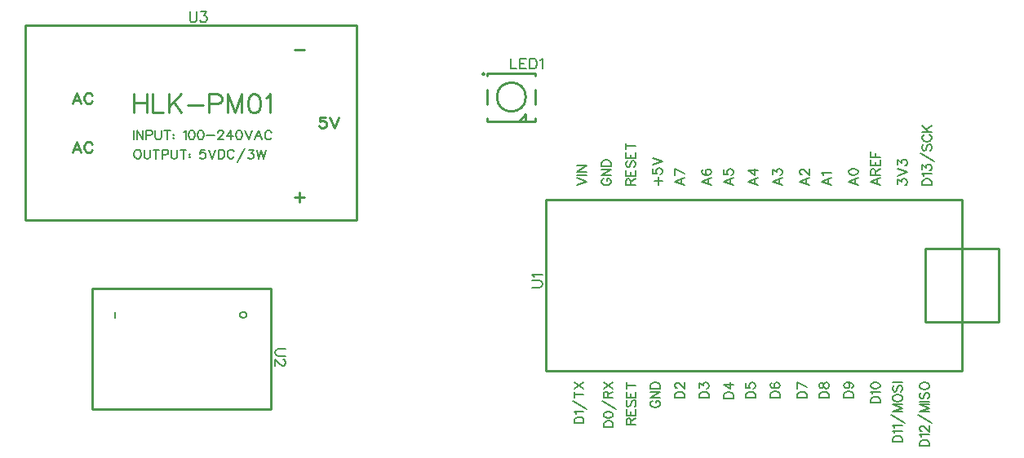
<source format=gto>
G04 Layer: TopSilkLayer*
G04 EasyEDA v6.4.12, 2021-01-01T09:56:31+01:00*
G04 894a5beaafa14ce6bfb9057d1c18a6f7,8f8135e26d124d33b536985ae94b05e9,10*
G04 Gerber Generator version 0.2*
G04 Scale: 100 percent, Rotated: No, Reflected: No *
G04 Dimensions in millimeters *
G04 leading zeros omitted , absolute positions ,4 integer and 5 decimal *
%FSLAX45Y45*%
%MOMM*%

%ADD10C,0.2540*%
%ADD22C,0.1524*%
%ADD23C,0.2032*%
%ADD24C,0.2500*%

%LPD*%
D22*
X5383784Y1726184D02*
G01*
X5461761Y1726184D01*
X5477256Y1731263D01*
X5487670Y1741678D01*
X5492750Y1757426D01*
X5492750Y1767839D01*
X5487670Y1783334D01*
X5477256Y1793747D01*
X5461761Y1798828D01*
X5383784Y1798828D01*
X5404611Y1833118D02*
G01*
X5399277Y1843531D01*
X5383784Y1859279D01*
X5492750Y1859279D01*
D23*
X5822441Y319786D02*
G01*
X5919470Y319786D01*
X5822441Y319786D02*
G01*
X5822441Y352044D01*
X5827013Y366013D01*
X5836158Y375157D01*
X5845556Y379729D01*
X5859272Y384555D01*
X5882386Y384555D01*
X5896356Y379729D01*
X5905500Y375157D01*
X5914643Y366013D01*
X5919470Y352044D01*
X5919470Y319786D01*
X5840984Y415036D02*
G01*
X5836158Y424179D01*
X5822441Y437896D01*
X5919470Y437896D01*
X5803900Y551688D02*
G01*
X5951727Y468376D01*
X5822441Y614426D02*
G01*
X5919470Y614426D01*
X5822441Y582168D02*
G01*
X5822441Y646684D01*
X5822441Y677163D02*
G01*
X5919470Y741934D01*
X5822441Y741934D02*
G01*
X5919470Y677163D01*
X6127241Y2862326D02*
G01*
X6117843Y2857754D01*
X6108700Y2848355D01*
X6104127Y2839212D01*
X6104127Y2820670D01*
X6108700Y2811526D01*
X6117843Y2802128D01*
X6127241Y2797555D01*
X6140958Y2792984D01*
X6164072Y2792984D01*
X6178041Y2797555D01*
X6187186Y2802128D01*
X6196329Y2811526D01*
X6201156Y2820670D01*
X6201156Y2839212D01*
X6196329Y2848355D01*
X6187186Y2857754D01*
X6178041Y2862326D01*
X6164072Y2862326D01*
X6164072Y2839212D02*
G01*
X6164072Y2862326D01*
X6104127Y2892805D02*
G01*
X6201156Y2892805D01*
X6104127Y2892805D02*
G01*
X6201156Y2957321D01*
X6104127Y2957321D02*
G01*
X6201156Y2957321D01*
X6104127Y2987802D02*
G01*
X6201156Y2987802D01*
X6104127Y2987802D02*
G01*
X6104127Y3020313D01*
X6108700Y3034029D01*
X6117843Y3043173D01*
X6127241Y3048000D01*
X6140958Y3052571D01*
X6164072Y3052571D01*
X6178041Y3048000D01*
X6187186Y3043173D01*
X6196329Y3034029D01*
X6201156Y3020313D01*
X6201156Y2987802D01*
X6651243Y2834639D02*
G01*
X6734556Y2834639D01*
X6692900Y2792984D02*
G01*
X6692900Y2876042D01*
X6637527Y2961894D02*
G01*
X6637527Y2915920D01*
X6678929Y2911094D01*
X6674358Y2915920D01*
X6669786Y2929636D01*
X6669786Y2943605D01*
X6674358Y2957321D01*
X6683756Y2966720D01*
X6697472Y2971292D01*
X6706870Y2971292D01*
X6720586Y2966720D01*
X6729729Y2957321D01*
X6734556Y2943605D01*
X6734556Y2929636D01*
X6729729Y2915920D01*
X6725158Y2911094D01*
X6716013Y2906521D01*
X6637527Y3001771D02*
G01*
X6734556Y3038602D01*
X6637527Y3075686D02*
G01*
X6734556Y3038602D01*
X9406127Y80518D02*
G01*
X9503156Y80518D01*
X9406127Y80518D02*
G01*
X9406127Y112776D01*
X9410700Y126746D01*
X9419843Y135889D01*
X9429241Y140462D01*
X9442958Y145288D01*
X9466072Y145288D01*
X9480041Y140462D01*
X9489186Y135889D01*
X9498329Y126746D01*
X9503156Y112776D01*
X9503156Y80518D01*
X9424670Y175768D02*
G01*
X9419843Y184912D01*
X9406127Y198628D01*
X9503156Y198628D01*
X9429241Y233934D02*
G01*
X9424670Y233934D01*
X9415272Y238505D01*
X9410700Y243078D01*
X9406127Y252221D01*
X9406127Y270763D01*
X9410700Y279907D01*
X9415272Y284734D01*
X9424670Y289305D01*
X9433813Y289305D01*
X9442958Y284734D01*
X9456927Y275336D01*
X9503156Y229107D01*
X9503156Y293878D01*
X9387586Y407415D02*
G01*
X9535413Y324357D01*
X9406127Y437896D02*
G01*
X9503156Y437896D01*
X9406127Y437896D02*
G01*
X9503156Y474979D01*
X9406127Y511810D02*
G01*
X9503156Y474979D01*
X9406127Y511810D02*
G01*
X9503156Y511810D01*
X9406127Y542289D02*
G01*
X9503156Y542289D01*
X9419843Y637539D02*
G01*
X9410700Y628142D01*
X9406127Y614426D01*
X9406127Y595884D01*
X9410700Y582168D01*
X9419843Y572770D01*
X9429241Y572770D01*
X9438386Y577342D01*
X9442958Y582168D01*
X9447529Y591312D01*
X9456927Y618997D01*
X9461500Y628142D01*
X9466072Y632968D01*
X9475470Y637539D01*
X9489186Y637539D01*
X9498329Y628142D01*
X9503156Y614426D01*
X9503156Y595884D01*
X9498329Y582168D01*
X9489186Y572770D01*
X9406127Y695705D02*
G01*
X9410700Y686307D01*
X9419843Y677163D01*
X9429241Y672592D01*
X9442958Y668020D01*
X9466072Y668020D01*
X9480041Y672592D01*
X9489186Y677163D01*
X9498329Y686307D01*
X9503156Y695705D01*
X9503156Y714247D01*
X9498329Y723392D01*
X9489186Y732536D01*
X9480041Y737107D01*
X9466072Y741934D01*
X9442958Y741934D01*
X9429241Y737107D01*
X9419843Y732536D01*
X9410700Y723392D01*
X9406127Y714247D01*
X9406127Y695705D01*
X5850127Y2792984D02*
G01*
X5947156Y2829813D01*
X5850127Y2866897D02*
G01*
X5947156Y2829813D01*
X5850127Y2897378D02*
G01*
X5947156Y2897378D01*
X5850127Y2927857D02*
G01*
X5947156Y2927857D01*
X5850127Y2927857D02*
G01*
X5947156Y2992373D01*
X5850127Y2992373D02*
G01*
X5947156Y2992373D01*
X9431527Y2792984D02*
G01*
X9528556Y2792984D01*
X9431527Y2792984D02*
G01*
X9431527Y2825242D01*
X9436100Y2839212D01*
X9445243Y2848355D01*
X9454641Y2852928D01*
X9468358Y2857754D01*
X9491472Y2857754D01*
X9505441Y2852928D01*
X9514586Y2848355D01*
X9523729Y2839212D01*
X9528556Y2825242D01*
X9528556Y2792984D01*
X9450070Y2888234D02*
G01*
X9445243Y2897378D01*
X9431527Y2911094D01*
X9528556Y2911094D01*
X9431527Y2950971D02*
G01*
X9431527Y3001771D01*
X9468358Y2974086D01*
X9468358Y2987802D01*
X9472929Y2997200D01*
X9477756Y3001771D01*
X9491472Y3006344D01*
X9500870Y3006344D01*
X9514586Y3001771D01*
X9523729Y2992373D01*
X9528556Y2978657D01*
X9528556Y2964688D01*
X9523729Y2950971D01*
X9519158Y2946400D01*
X9510013Y2941573D01*
X9412986Y3119881D02*
G01*
X9560813Y3036823D01*
X9445243Y3215131D02*
G01*
X9436100Y3205734D01*
X9431527Y3192018D01*
X9431527Y3173476D01*
X9436100Y3159760D01*
X9445243Y3150362D01*
X9454641Y3150362D01*
X9463786Y3154934D01*
X9468358Y3159760D01*
X9472929Y3168904D01*
X9482327Y3196589D01*
X9486900Y3205734D01*
X9491472Y3210560D01*
X9500870Y3215131D01*
X9514586Y3215131D01*
X9523729Y3205734D01*
X9528556Y3192018D01*
X9528556Y3173476D01*
X9523729Y3159760D01*
X9514586Y3150362D01*
X9454641Y3314954D02*
G01*
X9445243Y3310128D01*
X9436100Y3300984D01*
X9431527Y3291839D01*
X9431527Y3273297D01*
X9436100Y3264154D01*
X9445243Y3254755D01*
X9454641Y3250184D01*
X9468358Y3245612D01*
X9491472Y3245612D01*
X9505441Y3250184D01*
X9514586Y3254755D01*
X9523729Y3264154D01*
X9528556Y3273297D01*
X9528556Y3291839D01*
X9523729Y3300984D01*
X9514586Y3310128D01*
X9505441Y3314954D01*
X9431527Y3345434D02*
G01*
X9528556Y3345434D01*
X9431527Y3409950D02*
G01*
X9496043Y3345434D01*
X9472929Y3368294D02*
G01*
X9528556Y3409950D01*
X6635241Y551688D02*
G01*
X6625843Y547115D01*
X6616700Y537718D01*
X6612127Y528573D01*
X6612127Y510031D01*
X6616700Y500888D01*
X6625843Y491489D01*
X6635241Y486918D01*
X6648958Y482346D01*
X6672072Y482346D01*
X6686041Y486918D01*
X6695186Y491489D01*
X6704329Y500888D01*
X6709156Y510031D01*
X6709156Y528573D01*
X6704329Y537718D01*
X6695186Y547115D01*
X6686041Y551688D01*
X6672072Y551688D01*
X6672072Y528573D02*
G01*
X6672072Y551688D01*
X6612127Y582168D02*
G01*
X6709156Y582168D01*
X6612127Y582168D02*
G01*
X6709156Y646684D01*
X6612127Y646684D02*
G01*
X6709156Y646684D01*
X6612127Y677163D02*
G01*
X6709156Y677163D01*
X6612127Y677163D02*
G01*
X6612127Y709676D01*
X6616700Y723392D01*
X6625843Y732536D01*
X6635241Y737362D01*
X6648958Y741934D01*
X6672072Y741934D01*
X6686041Y737362D01*
X6695186Y732536D01*
X6704329Y723392D01*
X6709156Y709676D01*
X6709156Y677163D01*
X6127241Y278384D02*
G01*
X6224270Y278384D01*
X6127241Y278384D02*
G01*
X6127241Y310642D01*
X6131813Y324612D01*
X6140958Y333755D01*
X6150356Y338328D01*
X6164072Y343154D01*
X6187186Y343154D01*
X6201156Y338328D01*
X6210300Y333755D01*
X6219443Y324612D01*
X6224270Y310642D01*
X6224270Y278384D01*
X6127241Y401320D02*
G01*
X6131813Y387350D01*
X6145784Y378205D01*
X6168643Y373634D01*
X6182613Y373634D01*
X6205727Y378205D01*
X6219443Y387350D01*
X6224270Y401320D01*
X6224270Y410463D01*
X6219443Y424434D01*
X6205727Y433578D01*
X6182613Y438150D01*
X6168643Y438150D01*
X6145784Y433578D01*
X6131813Y424434D01*
X6127241Y410463D01*
X6127241Y401320D01*
X6108700Y551688D02*
G01*
X6256527Y468629D01*
X6127241Y582168D02*
G01*
X6224270Y582168D01*
X6127241Y582168D02*
G01*
X6127241Y623823D01*
X6131813Y637794D01*
X6136386Y642365D01*
X6145784Y646938D01*
X6154927Y646938D01*
X6164072Y642365D01*
X6168643Y637794D01*
X6173470Y623823D01*
X6173470Y582168D01*
X6173470Y614679D02*
G01*
X6224270Y646938D01*
X6127241Y677418D02*
G01*
X6224270Y741934D01*
X6127241Y741934D02*
G01*
X6224270Y677418D01*
X6362700Y306070D02*
G01*
X6459727Y306070D01*
X6362700Y306070D02*
G01*
X6362700Y347726D01*
X6367272Y361442D01*
X6371843Y366013D01*
X6381241Y370839D01*
X6390386Y370839D01*
X6399529Y366013D01*
X6404102Y361442D01*
X6408927Y347726D01*
X6408927Y306070D01*
X6408927Y338328D02*
G01*
X6459727Y370839D01*
X6362700Y401320D02*
G01*
X6459727Y401320D01*
X6362700Y401320D02*
G01*
X6362700Y461263D01*
X6408927Y401320D02*
G01*
X6408927Y438150D01*
X6459727Y401320D02*
G01*
X6459727Y461263D01*
X6376415Y556260D02*
G01*
X6367272Y547115D01*
X6362700Y533400D01*
X6362700Y514857D01*
X6367272Y500888D01*
X6376415Y491744D01*
X6385813Y491744D01*
X6394958Y496315D01*
X6399529Y500888D01*
X6404102Y510286D01*
X6413500Y537971D01*
X6418072Y547115D01*
X6422643Y551688D01*
X6432041Y556260D01*
X6445758Y556260D01*
X6454902Y547115D01*
X6459727Y533400D01*
X6459727Y514857D01*
X6454902Y500888D01*
X6445758Y491744D01*
X6362700Y586739D02*
G01*
X6459727Y586739D01*
X6362700Y586739D02*
G01*
X6362700Y646938D01*
X6408927Y586739D02*
G01*
X6408927Y623823D01*
X6459727Y586739D02*
G01*
X6459727Y646938D01*
X6362700Y709676D02*
G01*
X6459727Y709676D01*
X6362700Y677418D02*
G01*
X6362700Y741934D01*
X6866127Y582168D02*
G01*
X6963156Y582168D01*
X6866127Y582168D02*
G01*
X6866127Y614426D01*
X6870700Y628396D01*
X6879843Y637539D01*
X6889241Y642112D01*
X6902958Y646938D01*
X6926072Y646938D01*
X6940041Y642112D01*
X6949186Y637539D01*
X6958329Y628396D01*
X6963156Y614426D01*
X6963156Y582168D01*
X6889241Y681989D02*
G01*
X6884670Y681989D01*
X6875272Y686562D01*
X6870700Y691134D01*
X6866127Y700278D01*
X6866127Y718820D01*
X6870700Y728218D01*
X6875272Y732789D01*
X6884670Y737362D01*
X6893813Y737362D01*
X6902958Y732789D01*
X6916927Y723392D01*
X6963156Y677418D01*
X6963156Y741934D01*
X7120127Y582168D02*
G01*
X7217156Y582168D01*
X7120127Y582168D02*
G01*
X7120127Y614426D01*
X7124700Y628396D01*
X7133843Y637539D01*
X7143241Y642112D01*
X7156958Y646938D01*
X7180072Y646938D01*
X7194041Y642112D01*
X7203186Y637539D01*
X7212329Y628396D01*
X7217156Y614426D01*
X7217156Y582168D01*
X7120127Y686562D02*
G01*
X7120127Y737362D01*
X7156958Y709676D01*
X7156958Y723392D01*
X7161529Y732789D01*
X7166356Y737362D01*
X7180072Y741934D01*
X7189470Y741934D01*
X7203186Y737362D01*
X7212329Y728218D01*
X7217156Y714247D01*
X7217156Y700278D01*
X7212329Y686562D01*
X7207758Y681989D01*
X7198613Y677418D01*
X7374127Y577596D02*
G01*
X7471156Y577596D01*
X7374127Y577596D02*
G01*
X7374127Y609854D01*
X7378700Y623823D01*
X7387843Y632968D01*
X7397241Y637539D01*
X7410958Y642365D01*
X7434072Y642365D01*
X7448041Y637539D01*
X7457186Y632968D01*
X7466329Y623823D01*
X7471156Y609854D01*
X7471156Y577596D01*
X7374127Y718820D02*
G01*
X7438643Y672846D01*
X7438643Y741934D01*
X7374127Y718820D02*
G01*
X7471156Y718820D01*
X7602727Y582168D02*
G01*
X7699756Y582168D01*
X7602727Y582168D02*
G01*
X7602727Y614426D01*
X7607300Y628396D01*
X7616443Y637539D01*
X7625841Y642112D01*
X7639558Y646938D01*
X7662672Y646938D01*
X7676641Y642112D01*
X7685786Y637539D01*
X7694929Y628396D01*
X7699756Y614426D01*
X7699756Y582168D01*
X7602727Y732789D02*
G01*
X7602727Y686562D01*
X7644129Y681989D01*
X7639558Y686562D01*
X7634986Y700278D01*
X7634986Y714247D01*
X7639558Y728218D01*
X7648956Y737362D01*
X7662672Y741934D01*
X7672070Y741934D01*
X7685786Y737362D01*
X7694929Y728218D01*
X7699756Y714247D01*
X7699756Y700278D01*
X7694929Y686562D01*
X7690358Y681989D01*
X7681213Y677418D01*
X7856727Y586739D02*
G01*
X7953756Y586739D01*
X7856727Y586739D02*
G01*
X7856727Y618997D01*
X7861300Y632968D01*
X7870443Y642112D01*
X7879841Y646684D01*
X7893558Y651510D01*
X7916672Y651510D01*
X7930641Y646684D01*
X7939786Y642112D01*
X7948929Y632968D01*
X7953756Y618997D01*
X7953756Y586739D01*
X7870443Y737362D02*
G01*
X7861300Y732789D01*
X7856727Y718820D01*
X7856727Y709676D01*
X7861300Y695705D01*
X7875270Y686562D01*
X7898129Y681989D01*
X7921243Y681989D01*
X7939786Y686562D01*
X7948929Y695705D01*
X7953756Y709676D01*
X7953756Y714247D01*
X7948929Y727963D01*
X7939786Y737362D01*
X7926070Y741934D01*
X7921243Y741934D01*
X7907527Y737362D01*
X7898129Y727963D01*
X7893558Y714247D01*
X7893558Y709676D01*
X7898129Y695705D01*
X7907527Y686562D01*
X7921243Y681989D01*
X8136127Y582168D02*
G01*
X8233156Y582168D01*
X8136127Y582168D02*
G01*
X8136127Y614426D01*
X8140700Y628396D01*
X8149843Y637539D01*
X8159241Y642112D01*
X8172958Y646938D01*
X8196072Y646938D01*
X8210041Y642112D01*
X8219186Y637539D01*
X8228329Y628396D01*
X8233156Y614426D01*
X8233156Y582168D01*
X8136127Y741934D02*
G01*
X8233156Y695705D01*
X8136127Y677418D02*
G01*
X8136127Y741934D01*
X8364727Y582168D02*
G01*
X8461756Y582168D01*
X8364727Y582168D02*
G01*
X8364727Y614426D01*
X8369300Y628396D01*
X8378443Y637539D01*
X8387841Y642112D01*
X8401558Y646938D01*
X8424672Y646938D01*
X8438641Y642112D01*
X8447786Y637539D01*
X8456929Y628396D01*
X8461756Y614426D01*
X8461756Y582168D01*
X8364727Y700278D02*
G01*
X8369300Y686562D01*
X8378443Y681989D01*
X8387841Y681989D01*
X8396986Y686562D01*
X8401558Y695705D01*
X8406129Y714247D01*
X8410956Y728218D01*
X8420100Y737362D01*
X8429243Y741934D01*
X8443213Y741934D01*
X8452358Y737362D01*
X8456929Y732789D01*
X8461756Y718820D01*
X8461756Y700278D01*
X8456929Y686562D01*
X8452358Y681989D01*
X8443213Y677418D01*
X8429243Y677418D01*
X8420100Y681989D01*
X8410956Y691134D01*
X8406129Y705104D01*
X8401558Y723392D01*
X8396986Y732789D01*
X8387841Y737362D01*
X8378443Y737362D01*
X8369300Y732789D01*
X8364727Y718820D01*
X8364727Y700278D01*
X8618727Y586739D02*
G01*
X8715756Y586739D01*
X8618727Y586739D02*
G01*
X8618727Y618997D01*
X8623300Y632968D01*
X8632443Y642112D01*
X8641841Y646684D01*
X8655558Y651510D01*
X8678672Y651510D01*
X8692641Y646684D01*
X8701786Y642112D01*
X8710929Y632968D01*
X8715756Y618997D01*
X8715756Y586739D01*
X8650986Y741934D02*
G01*
X8664956Y737362D01*
X8674100Y727963D01*
X8678672Y714247D01*
X8678672Y709676D01*
X8674100Y695705D01*
X8664956Y686562D01*
X8650986Y681989D01*
X8646413Y681989D01*
X8632443Y686562D01*
X8623300Y695705D01*
X8618727Y709676D01*
X8618727Y714247D01*
X8623300Y727963D01*
X8632443Y737362D01*
X8650986Y741934D01*
X8674100Y741934D01*
X8697213Y737362D01*
X8710929Y727963D01*
X8715756Y714247D01*
X8715756Y704850D01*
X8710929Y691134D01*
X8701786Y686562D01*
X8898127Y528573D02*
G01*
X8995156Y528573D01*
X8898127Y528573D02*
G01*
X8898127Y560831D01*
X8902700Y574802D01*
X8911843Y583946D01*
X8921241Y588518D01*
X8934958Y593344D01*
X8958072Y593344D01*
X8972041Y588518D01*
X8981186Y583946D01*
X8990329Y574802D01*
X8995156Y560831D01*
X8995156Y528573D01*
X8916670Y623823D02*
G01*
X8911843Y632968D01*
X8898127Y646684D01*
X8995156Y646684D01*
X8898127Y705104D02*
G01*
X8902700Y691134D01*
X8916670Y681989D01*
X8939529Y677163D01*
X8953500Y677163D01*
X8976613Y681989D01*
X8990329Y691134D01*
X8995156Y705104D01*
X8995156Y714247D01*
X8990329Y727963D01*
X8976613Y737362D01*
X8953500Y741934D01*
X8939529Y741934D01*
X8916670Y737362D01*
X8902700Y727963D01*
X8898127Y714247D01*
X8898127Y705104D01*
X9126727Y122173D02*
G01*
X9223756Y122173D01*
X9126727Y122173D02*
G01*
X9126727Y154431D01*
X9131300Y168402D01*
X9140443Y177546D01*
X9149841Y182118D01*
X9163558Y186944D01*
X9186672Y186944D01*
X9200641Y182118D01*
X9209786Y177546D01*
X9218929Y168402D01*
X9223756Y154431D01*
X9223756Y122173D01*
X9145270Y217423D02*
G01*
X9140443Y226568D01*
X9126727Y240284D01*
X9223756Y240284D01*
X9145270Y270763D02*
G01*
X9140443Y280162D01*
X9126727Y293878D01*
X9223756Y293878D01*
X9108186Y407670D02*
G01*
X9256013Y324357D01*
X9126727Y438150D02*
G01*
X9223756Y438150D01*
X9126727Y438150D02*
G01*
X9223756Y474979D01*
X9126727Y512063D02*
G01*
X9223756Y474979D01*
X9126727Y512063D02*
G01*
X9223756Y512063D01*
X9126727Y570229D02*
G01*
X9131300Y560831D01*
X9140443Y551688D01*
X9149841Y547115D01*
X9163558Y542544D01*
X9186672Y542544D01*
X9200641Y547115D01*
X9209786Y551688D01*
X9218929Y560831D01*
X9223756Y570229D01*
X9223756Y588518D01*
X9218929Y597915D01*
X9209786Y607060D01*
X9200641Y611631D01*
X9186672Y616204D01*
X9163558Y616204D01*
X9149841Y611631D01*
X9140443Y607060D01*
X9131300Y597915D01*
X9126727Y588518D01*
X9126727Y570229D01*
X9140443Y711454D02*
G01*
X9131300Y702310D01*
X9126727Y688339D01*
X9126727Y669797D01*
X9131300Y656081D01*
X9140443Y646684D01*
X9149841Y646684D01*
X9158986Y651510D01*
X9163558Y656081D01*
X9168129Y665226D01*
X9177527Y692912D01*
X9182100Y702310D01*
X9186672Y706881D01*
X9196070Y711454D01*
X9209786Y711454D01*
X9218929Y702310D01*
X9223756Y688339D01*
X9223756Y669797D01*
X9218929Y656081D01*
X9209786Y646684D01*
X9126727Y741934D02*
G01*
X9223756Y741934D01*
X9177527Y2802128D02*
G01*
X9177527Y2852928D01*
X9214358Y2825242D01*
X9214358Y2839212D01*
X9218929Y2848355D01*
X9223756Y2852928D01*
X9237472Y2857754D01*
X9246870Y2857754D01*
X9260586Y2852928D01*
X9269729Y2843784D01*
X9274556Y2829813D01*
X9274556Y2816097D01*
X9269729Y2802128D01*
X9265158Y2797555D01*
X9256013Y2792984D01*
X9177527Y2888234D02*
G01*
X9274556Y2925063D01*
X9177527Y2961894D02*
G01*
X9274556Y2925063D01*
X9177527Y3001771D02*
G01*
X9177527Y3052571D01*
X9214358Y3024886D01*
X9214358Y3038602D01*
X9218929Y3048000D01*
X9223756Y3052571D01*
X9237472Y3057144D01*
X9246870Y3057144D01*
X9260586Y3052571D01*
X9269729Y3043173D01*
X9274556Y3029457D01*
X9274556Y3015488D01*
X9269729Y3001771D01*
X9265158Y2997200D01*
X9256013Y2992373D01*
X8898127Y2829813D02*
G01*
X8995156Y2792984D01*
X8898127Y2829813D02*
G01*
X8995156Y2866897D01*
X8962643Y2806954D02*
G01*
X8962643Y2852928D01*
X8898127Y2897378D02*
G01*
X8995156Y2897378D01*
X8898127Y2897378D02*
G01*
X8898127Y2939034D01*
X8902700Y2952750D01*
X8907272Y2957321D01*
X8916670Y2961894D01*
X8925813Y2961894D01*
X8934958Y2957321D01*
X8939529Y2952750D01*
X8944356Y2939034D01*
X8944356Y2897378D01*
X8944356Y2929636D02*
G01*
X8995156Y2961894D01*
X8898127Y2992373D02*
G01*
X8995156Y2992373D01*
X8898127Y2992373D02*
G01*
X8898127Y3052571D01*
X8944356Y2992373D02*
G01*
X8944356Y3029457D01*
X8995156Y2992373D02*
G01*
X8995156Y3052571D01*
X8898127Y3083052D02*
G01*
X8995156Y3083052D01*
X8898127Y3083052D02*
G01*
X8898127Y3142996D01*
X8944356Y3083052D02*
G01*
X8944356Y3119881D01*
X8669527Y2829813D02*
G01*
X8766556Y2792984D01*
X8669527Y2829813D02*
G01*
X8766556Y2866897D01*
X8734043Y2806954D02*
G01*
X8734043Y2852928D01*
X8669527Y2925063D02*
G01*
X8674100Y2911094D01*
X8688070Y2901950D01*
X8710929Y2897378D01*
X8724900Y2897378D01*
X8748013Y2901950D01*
X8761729Y2911094D01*
X8766556Y2925063D01*
X8766556Y2934207D01*
X8761729Y2948178D01*
X8748013Y2957321D01*
X8724900Y2961894D01*
X8710929Y2961894D01*
X8688070Y2957321D01*
X8674100Y2948178D01*
X8669527Y2934207D01*
X8669527Y2925063D01*
X8390127Y2829813D02*
G01*
X8487156Y2792984D01*
X8390127Y2829813D02*
G01*
X8487156Y2866897D01*
X8454643Y2806954D02*
G01*
X8454643Y2852928D01*
X8408670Y2897378D02*
G01*
X8403843Y2906521D01*
X8390127Y2920492D01*
X8487156Y2920492D01*
X8161527Y2829813D02*
G01*
X8258556Y2792984D01*
X8161527Y2829813D02*
G01*
X8258556Y2866897D01*
X8226043Y2806954D02*
G01*
X8226043Y2852928D01*
X8184641Y2901950D02*
G01*
X8180070Y2901950D01*
X8170672Y2906521D01*
X8166100Y2911094D01*
X8161527Y2920492D01*
X8161527Y2939034D01*
X8166100Y2948178D01*
X8170672Y2952750D01*
X8180070Y2957321D01*
X8189213Y2957321D01*
X8198358Y2952750D01*
X8212327Y2943605D01*
X8258556Y2897378D01*
X8258556Y2961894D01*
X7882127Y2829813D02*
G01*
X7979156Y2792984D01*
X7882127Y2829813D02*
G01*
X7979156Y2866897D01*
X7946643Y2806954D02*
G01*
X7946643Y2852928D01*
X7882127Y2906521D02*
G01*
X7882127Y2957321D01*
X7918958Y2929636D01*
X7918958Y2943605D01*
X7923529Y2952750D01*
X7928356Y2957321D01*
X7942072Y2961894D01*
X7951470Y2961894D01*
X7965186Y2957321D01*
X7974329Y2948178D01*
X7979156Y2934207D01*
X7979156Y2920492D01*
X7974329Y2906521D01*
X7969758Y2901950D01*
X7960613Y2897378D01*
X7628127Y2829813D02*
G01*
X7725156Y2792984D01*
X7628127Y2829813D02*
G01*
X7725156Y2866897D01*
X7692643Y2806954D02*
G01*
X7692643Y2852928D01*
X7628127Y2943605D02*
G01*
X7692643Y2897378D01*
X7692643Y2966720D01*
X7628127Y2943605D02*
G01*
X7725156Y2943605D01*
X7374127Y2829813D02*
G01*
X7471156Y2792984D01*
X7374127Y2829813D02*
G01*
X7471156Y2866897D01*
X7438643Y2806954D02*
G01*
X7438643Y2852928D01*
X7374127Y2952750D02*
G01*
X7374127Y2906521D01*
X7415529Y2901950D01*
X7410958Y2906521D01*
X7406386Y2920492D01*
X7406386Y2934207D01*
X7410958Y2948178D01*
X7420356Y2957321D01*
X7434072Y2961894D01*
X7443470Y2961894D01*
X7457186Y2957321D01*
X7466329Y2948178D01*
X7471156Y2934207D01*
X7471156Y2920492D01*
X7466329Y2906521D01*
X7461758Y2901950D01*
X7452613Y2897378D01*
X7145527Y2829813D02*
G01*
X7242556Y2792984D01*
X7145527Y2829813D02*
G01*
X7242556Y2866897D01*
X7210043Y2806954D02*
G01*
X7210043Y2852928D01*
X7159243Y2952750D02*
G01*
X7150100Y2948178D01*
X7145527Y2934207D01*
X7145527Y2925063D01*
X7150100Y2911094D01*
X7164070Y2901950D01*
X7186929Y2897378D01*
X7210043Y2897378D01*
X7228586Y2901950D01*
X7237729Y2911094D01*
X7242556Y2925063D01*
X7242556Y2929636D01*
X7237729Y2943605D01*
X7228586Y2952750D01*
X7214870Y2957321D01*
X7210043Y2957321D01*
X7196327Y2952750D01*
X7186929Y2943605D01*
X7182358Y2929636D01*
X7182358Y2925063D01*
X7186929Y2911094D01*
X7196327Y2901950D01*
X7210043Y2897378D01*
X6866127Y2829813D02*
G01*
X6963156Y2792984D01*
X6866127Y2829813D02*
G01*
X6963156Y2866897D01*
X6930643Y2806954D02*
G01*
X6930643Y2852928D01*
X6866127Y2961894D02*
G01*
X6963156Y2915920D01*
X6866127Y2897378D02*
G01*
X6866127Y2961894D01*
X6358127Y2792984D02*
G01*
X6455156Y2792984D01*
X6358127Y2792984D02*
G01*
X6358127Y2834639D01*
X6362700Y2848355D01*
X6367272Y2852928D01*
X6376670Y2857754D01*
X6385813Y2857754D01*
X6394958Y2852928D01*
X6399529Y2848355D01*
X6404356Y2834639D01*
X6404356Y2792984D01*
X6404356Y2825242D02*
G01*
X6455156Y2857754D01*
X6358127Y2888234D02*
G01*
X6455156Y2888234D01*
X6358127Y2888234D02*
G01*
X6358127Y2948178D01*
X6404356Y2888234D02*
G01*
X6404356Y2925063D01*
X6455156Y2888234D02*
G01*
X6455156Y2948178D01*
X6371843Y3043173D02*
G01*
X6362700Y3034029D01*
X6358127Y3020313D01*
X6358127Y3001771D01*
X6362700Y2987802D01*
X6371843Y2978657D01*
X6381241Y2978657D01*
X6390386Y2983229D01*
X6394958Y2987802D01*
X6399529Y2997200D01*
X6408927Y3024886D01*
X6413500Y3034029D01*
X6418072Y3038602D01*
X6427470Y3043173D01*
X6441186Y3043173D01*
X6450329Y3034029D01*
X6455156Y3020313D01*
X6455156Y3001771D01*
X6450329Y2987802D01*
X6441186Y2978657D01*
X6358127Y3073654D02*
G01*
X6455156Y3073654D01*
X6358127Y3073654D02*
G01*
X6358127Y3133852D01*
X6404356Y3073654D02*
G01*
X6404356Y3110738D01*
X6455156Y3073654D02*
G01*
X6455156Y3133852D01*
X6358127Y3196589D02*
G01*
X6455156Y3196589D01*
X6358127Y3164331D02*
G01*
X6358127Y3228847D01*
D22*
X1831466Y4593463D02*
G01*
X1831466Y4515485D01*
X1836547Y4499990D01*
X1846961Y4489577D01*
X1862709Y4484496D01*
X1873122Y4484496D01*
X1888616Y4489577D01*
X1899031Y4499990D01*
X1904111Y4515485D01*
X1904111Y4593463D01*
X1948815Y4593463D02*
G01*
X2005965Y4593463D01*
X1974977Y4551806D01*
X1990470Y4551806D01*
X2000884Y4546727D01*
X2005965Y4541646D01*
X2011299Y4525898D01*
X2011299Y4515485D01*
X2005965Y4499990D01*
X1995550Y4489577D01*
X1980056Y4484496D01*
X1964563Y4484496D01*
X1948815Y4489577D01*
X1943734Y4494656D01*
X1938400Y4505071D01*
D24*
X657732Y3751961D02*
G01*
X614298Y3637661D01*
X657732Y3751961D02*
G01*
X701420Y3637661D01*
X630554Y3675761D02*
G01*
X685164Y3675761D01*
X819022Y3724782D02*
G01*
X813688Y3735704D01*
X802767Y3746627D01*
X791845Y3751961D01*
X770001Y3751961D01*
X759079Y3746627D01*
X748156Y3735704D01*
X742822Y3724782D01*
X737488Y3708527D01*
X737488Y3681095D01*
X742822Y3664838D01*
X748156Y3653917D01*
X759079Y3642995D01*
X770001Y3637661D01*
X791845Y3637661D01*
X802767Y3642995D01*
X813688Y3653917D01*
X819022Y3664838D01*
X657732Y3243961D02*
G01*
X614298Y3129661D01*
X657732Y3243961D02*
G01*
X701420Y3129661D01*
X630554Y3167761D02*
G01*
X685164Y3167761D01*
X819022Y3216782D02*
G01*
X813688Y3227704D01*
X802767Y3238627D01*
X791845Y3243961D01*
X770001Y3243961D01*
X759079Y3238627D01*
X748156Y3227704D01*
X742822Y3216782D01*
X737488Y3200527D01*
X737488Y3173095D01*
X742822Y3156838D01*
X748156Y3145917D01*
X759079Y3134995D01*
X770001Y3129661D01*
X791845Y3129661D01*
X802767Y3134995D01*
X813688Y3145917D01*
X819022Y3156838D01*
X2967354Y2715640D02*
G01*
X2967354Y2617596D01*
X2918333Y2666619D02*
G01*
X3016377Y2666619D01*
X2918333Y4202811D02*
G01*
X3016377Y4202811D01*
X1254125Y3737737D02*
G01*
X1254125Y3543680D01*
X1383411Y3737737D02*
G01*
X1383411Y3543680D01*
X1254125Y3645280D02*
G01*
X1383411Y3645280D01*
X1444370Y3737737D02*
G01*
X1444370Y3543680D01*
X1444370Y3543680D02*
G01*
X1555368Y3543680D01*
X1616329Y3737737D02*
G01*
X1616329Y3543680D01*
X1745615Y3737737D02*
G01*
X1616329Y3608196D01*
X1662556Y3654425D02*
G01*
X1745615Y3543680D01*
X1806575Y3626738D02*
G01*
X1972690Y3626738D01*
X2033650Y3737737D02*
G01*
X2033650Y3543680D01*
X2033650Y3737737D02*
G01*
X2116963Y3737737D01*
X2144649Y3728338D01*
X2153793Y3719195D01*
X2163190Y3700653D01*
X2163190Y3672967D01*
X2153793Y3654425D01*
X2144649Y3645280D01*
X2116963Y3636137D01*
X2033650Y3636137D01*
X2224150Y3737737D02*
G01*
X2224150Y3543680D01*
X2224150Y3737737D02*
G01*
X2297811Y3543680D01*
X2371725Y3737737D02*
G01*
X2297811Y3543680D01*
X2371725Y3737737D02*
G01*
X2371725Y3543680D01*
X2488311Y3737737D02*
G01*
X2460370Y3728338D01*
X2442083Y3700653D01*
X2432684Y3654425D01*
X2432684Y3626738D01*
X2442083Y3580511D01*
X2460370Y3552825D01*
X2488311Y3543680D01*
X2506599Y3543680D01*
X2534284Y3552825D01*
X2552827Y3580511D01*
X2561970Y3626738D01*
X2561970Y3654425D01*
X2552827Y3700653D01*
X2534284Y3728338D01*
X2506599Y3737737D01*
X2488311Y3737737D01*
X2622931Y3700653D02*
G01*
X2641472Y3709796D01*
X2669159Y3737737D01*
X2669159Y3543680D01*
D23*
X1254379Y3361309D02*
G01*
X1254379Y3265804D01*
X1284350Y3361309D02*
G01*
X1284350Y3265804D01*
X1284350Y3361309D02*
G01*
X1347850Y3265804D01*
X1347850Y3361309D02*
G01*
X1347850Y3265804D01*
X1377822Y3361309D02*
G01*
X1377822Y3265804D01*
X1377822Y3361309D02*
G01*
X1418716Y3361309D01*
X1432433Y3356737D01*
X1437004Y3352164D01*
X1441577Y3343021D01*
X1441577Y3329304D01*
X1437004Y3320414D01*
X1432433Y3315843D01*
X1418716Y3311271D01*
X1377822Y3311271D01*
X1471549Y3361309D02*
G01*
X1471549Y3292982D01*
X1476120Y3279521D01*
X1485265Y3270377D01*
X1498727Y3265804D01*
X1507870Y3265804D01*
X1521586Y3270377D01*
X1530731Y3279521D01*
X1535302Y3292982D01*
X1535302Y3361309D01*
X1597025Y3361309D02*
G01*
X1597025Y3265804D01*
X1565275Y3361309D02*
G01*
X1628775Y3361309D01*
X1663318Y3320414D02*
G01*
X1658747Y3315843D01*
X1663318Y3311271D01*
X1667890Y3315843D01*
X1663318Y3320414D01*
X1663318Y3288411D02*
G01*
X1658747Y3284093D01*
X1663318Y3279521D01*
X1667890Y3284093D01*
X1663318Y3288411D01*
X1767966Y3343021D02*
G01*
X1777111Y3347593D01*
X1790572Y3361309D01*
X1790572Y3265804D01*
X1847977Y3361309D02*
G01*
X1834261Y3356737D01*
X1825116Y3343021D01*
X1820545Y3320414D01*
X1820545Y3306698D01*
X1825116Y3284093D01*
X1834261Y3270377D01*
X1847977Y3265804D01*
X1857120Y3265804D01*
X1870583Y3270377D01*
X1879727Y3284093D01*
X1884299Y3306698D01*
X1884299Y3320414D01*
X1879727Y3343021D01*
X1870583Y3356737D01*
X1857120Y3361309D01*
X1847977Y3361309D01*
X1941449Y3361309D02*
G01*
X1927986Y3356737D01*
X1918843Y3343021D01*
X1914270Y3320414D01*
X1914270Y3306698D01*
X1918843Y3284093D01*
X1927986Y3270377D01*
X1941449Y3265804D01*
X1950593Y3265804D01*
X1964309Y3270377D01*
X1973452Y3284093D01*
X1978025Y3306698D01*
X1978025Y3320414D01*
X1973452Y3343021D01*
X1964309Y3356737D01*
X1950593Y3361309D01*
X1941449Y3361309D01*
X2007997Y3306698D02*
G01*
X2089784Y3306698D01*
X2124329Y3338448D02*
G01*
X2124329Y3343021D01*
X2128900Y3352164D01*
X2133472Y3356737D01*
X2142363Y3361309D01*
X2160650Y3361309D01*
X2169795Y3356737D01*
X2174366Y3352164D01*
X2178938Y3343021D01*
X2178938Y3333877D01*
X2174366Y3324987D01*
X2165222Y3311271D01*
X2119756Y3265804D01*
X2183256Y3265804D01*
X2258695Y3361309D02*
G01*
X2213483Y3297554D01*
X2281554Y3297554D01*
X2258695Y3361309D02*
G01*
X2258695Y3265804D01*
X2338704Y3361309D02*
G01*
X2325243Y3356737D01*
X2316099Y3343021D01*
X2311527Y3320414D01*
X2311527Y3306698D01*
X2316099Y3284093D01*
X2325243Y3270377D01*
X2338704Y3265804D01*
X2347849Y3265804D01*
X2361565Y3270377D01*
X2370709Y3284093D01*
X2375281Y3306698D01*
X2375281Y3320414D01*
X2370709Y3343021D01*
X2361565Y3356737D01*
X2347849Y3361309D01*
X2338704Y3361309D01*
X2405252Y3361309D02*
G01*
X2441575Y3265804D01*
X2477897Y3361309D02*
G01*
X2441575Y3265804D01*
X2544190Y3361309D02*
G01*
X2507868Y3265804D01*
X2544190Y3361309D02*
G01*
X2580513Y3265804D01*
X2521584Y3297554D02*
G01*
X2567050Y3297554D01*
X2678811Y3338448D02*
G01*
X2674238Y3347593D01*
X2665095Y3356737D01*
X2656204Y3361309D01*
X2637916Y3361309D01*
X2628772Y3356737D01*
X2619629Y3347593D01*
X2615056Y3338448D01*
X2610738Y3324987D01*
X2610738Y3302127D01*
X2615056Y3288411D01*
X2619629Y3279521D01*
X2628772Y3270377D01*
X2637916Y3265804D01*
X2656204Y3265804D01*
X2665095Y3270377D01*
X2674238Y3279521D01*
X2678811Y3288411D01*
X1281556Y3159632D02*
G01*
X1272413Y3155061D01*
X1263268Y3145917D01*
X1258697Y3137027D01*
X1254379Y3123311D01*
X1254379Y3100451D01*
X1258697Y3086988D01*
X1263268Y3077845D01*
X1272413Y3068701D01*
X1281556Y3064129D01*
X1299845Y3064129D01*
X1308734Y3068701D01*
X1317879Y3077845D01*
X1322450Y3086988D01*
X1327022Y3100451D01*
X1327022Y3123311D01*
X1322450Y3137027D01*
X1317879Y3145917D01*
X1308734Y3155061D01*
X1299845Y3159632D01*
X1281556Y3159632D01*
X1356995Y3159632D02*
G01*
X1356995Y3091561D01*
X1361566Y3077845D01*
X1370711Y3068701D01*
X1384172Y3064129D01*
X1393316Y3064129D01*
X1407033Y3068701D01*
X1416177Y3077845D01*
X1420749Y3091561D01*
X1420749Y3159632D01*
X1482470Y3159632D02*
G01*
X1482470Y3064129D01*
X1450720Y3159632D02*
G01*
X1514220Y3159632D01*
X1544193Y3159632D02*
G01*
X1544193Y3064129D01*
X1544193Y3159632D02*
G01*
X1585086Y3159632D01*
X1598802Y3155061D01*
X1603375Y3150488D01*
X1607947Y3141345D01*
X1607947Y3127882D01*
X1603375Y3118738D01*
X1598802Y3114167D01*
X1585086Y3109595D01*
X1544193Y3109595D01*
X1637918Y3159632D02*
G01*
X1637918Y3091561D01*
X1642490Y3077845D01*
X1651634Y3068701D01*
X1665097Y3064129D01*
X1674240Y3064129D01*
X1687956Y3068701D01*
X1697100Y3077845D01*
X1701672Y3091561D01*
X1701672Y3159632D01*
X1763395Y3159632D02*
G01*
X1763395Y3064129D01*
X1731645Y3159632D02*
G01*
X1795145Y3159632D01*
X1829688Y3118738D02*
G01*
X1825116Y3114167D01*
X1829688Y3109595D01*
X1834261Y3114167D01*
X1829688Y3118738D01*
X1829688Y3086988D02*
G01*
X1825116Y3082417D01*
X1829688Y3077845D01*
X1834261Y3082417D01*
X1829688Y3086988D01*
X1988947Y3159632D02*
G01*
X1943481Y3159632D01*
X1938909Y3118738D01*
X1943481Y3123311D01*
X1956943Y3127882D01*
X1970659Y3127882D01*
X1984375Y3123311D01*
X1993265Y3114167D01*
X1997836Y3100451D01*
X1997836Y3091561D01*
X1993265Y3077845D01*
X1984375Y3068701D01*
X1970659Y3064129D01*
X1956943Y3064129D01*
X1943481Y3068701D01*
X1938909Y3073272D01*
X1934336Y3082417D01*
X2027809Y3159632D02*
G01*
X2064384Y3064129D01*
X2100706Y3159632D02*
G01*
X2064384Y3064129D01*
X2130679Y3159632D02*
G01*
X2130679Y3064129D01*
X2130679Y3159632D02*
G01*
X2162429Y3159632D01*
X2176145Y3155061D01*
X2185288Y3145917D01*
X2189606Y3137027D01*
X2194179Y3123311D01*
X2194179Y3100451D01*
X2189606Y3086988D01*
X2185288Y3077845D01*
X2176145Y3068701D01*
X2162429Y3064129D01*
X2130679Y3064129D01*
X2292477Y3137027D02*
G01*
X2287904Y3145917D01*
X2278761Y3155061D01*
X2269616Y3159632D01*
X2251583Y3159632D01*
X2242438Y3155061D01*
X2233295Y3145917D01*
X2228722Y3137027D01*
X2224150Y3123311D01*
X2224150Y3100451D01*
X2228722Y3086988D01*
X2233295Y3077845D01*
X2242438Y3068701D01*
X2251583Y3064129D01*
X2269616Y3064129D01*
X2278761Y3068701D01*
X2287904Y3077845D01*
X2292477Y3086988D01*
X2404236Y3177921D02*
G01*
X2322449Y3032379D01*
X2443352Y3159632D02*
G01*
X2493390Y3159632D01*
X2466213Y3123311D01*
X2479675Y3123311D01*
X2488818Y3118738D01*
X2493390Y3114167D01*
X2497963Y3100451D01*
X2497963Y3091561D01*
X2493390Y3077845D01*
X2484247Y3068701D01*
X2470531Y3064129D01*
X2457068Y3064129D01*
X2443352Y3068701D01*
X2438781Y3073272D01*
X2434209Y3082417D01*
X2527934Y3159632D02*
G01*
X2550540Y3064129D01*
X2573400Y3159632D02*
G01*
X2550540Y3064129D01*
X2573400Y3159632D02*
G01*
X2596006Y3064129D01*
X2618866Y3159632D02*
G01*
X2596006Y3064129D01*
D24*
X3239643Y3499993D02*
G01*
X3185286Y3499993D01*
X3179699Y3450971D01*
X3185286Y3456559D01*
X3201543Y3461893D01*
X3218052Y3461893D01*
X3234309Y3456559D01*
X3245231Y3445637D01*
X3250565Y3429380D01*
X3250565Y3418459D01*
X3245231Y3401948D01*
X3234309Y3391027D01*
X3218052Y3385693D01*
X3201543Y3385693D01*
X3185286Y3391027D01*
X3179699Y3396614D01*
X3174365Y3407537D01*
X3286633Y3499993D02*
G01*
X3330320Y3385693D01*
X3373754Y3499993D02*
G01*
X3330320Y3385693D01*
D22*
X2825495Y1091184D02*
G01*
X2747518Y1091184D01*
X2732024Y1086104D01*
X2721609Y1075689D01*
X2716529Y1059942D01*
X2716529Y1049528D01*
X2721609Y1034034D01*
X2732024Y1023620D01*
X2747518Y1018539D01*
X2825495Y1018539D01*
X2799588Y978915D02*
G01*
X2804668Y978915D01*
X2815081Y973836D01*
X2820415Y968502D01*
X2825495Y958088D01*
X2825495Y937513D01*
X2820415Y927100D01*
X2815081Y921765D01*
X2804668Y916686D01*
X2794254Y916686D01*
X2783840Y921765D01*
X2768345Y932179D01*
X2716529Y984250D01*
X2716529Y911352D01*
X1059179Y1472184D02*
G01*
X1059179Y1409954D01*
X2421636Y1451355D02*
G01*
X2418079Y1458213D01*
X2411222Y1465326D01*
X2404109Y1468628D01*
X2393950Y1472184D01*
X2376424Y1472184D01*
X2366009Y1468628D01*
X2359152Y1465326D01*
X2352293Y1458213D01*
X2348738Y1451355D01*
X2348738Y1437639D01*
X2352293Y1430528D01*
X2359152Y1423670D01*
X2366009Y1420113D01*
X2376424Y1416812D01*
X2393950Y1416812D01*
X2404109Y1420113D01*
X2411222Y1423670D01*
X2418079Y1430528D01*
X2421636Y1437639D01*
X2421636Y1451355D01*
X5161318Y4109491D02*
G01*
X5161318Y4000525D01*
X5161318Y4000525D02*
G01*
X5223548Y4000525D01*
X5257838Y4109491D02*
G01*
X5257838Y4000525D01*
X5257838Y4109491D02*
G01*
X5325402Y4109491D01*
X5257838Y4057675D02*
G01*
X5299494Y4057675D01*
X5257838Y4000525D02*
G01*
X5325402Y4000525D01*
X5359692Y4109491D02*
G01*
X5359692Y4000525D01*
X5359692Y4109491D02*
G01*
X5396268Y4109491D01*
X5411762Y4104411D01*
X5422176Y4093997D01*
X5427256Y4083583D01*
X5432590Y4067835D01*
X5432590Y4041927D01*
X5427256Y4026433D01*
X5422176Y4016019D01*
X5411762Y4005605D01*
X5396268Y4000525D01*
X5359692Y4000525D01*
X5466880Y4088663D02*
G01*
X5477294Y4093997D01*
X5492788Y4109491D01*
X5492788Y4000525D01*
D10*
X9842500Y862584D02*
G01*
X9842500Y2640584D01*
X9842500Y2640584D02*
G01*
X5524500Y2640584D01*
X5524500Y2640584D02*
G01*
X5524500Y862584D01*
X5524500Y862584D02*
G01*
X9842500Y862584D01*
X9461500Y1370584D02*
G01*
X10223500Y1370584D01*
X10223500Y2132584D01*
X9461500Y2132584D01*
X9461500Y1370584D01*
X128270Y4450740D02*
G01*
X3566261Y4450740D01*
X128270Y2430754D02*
G01*
X128270Y4450740D01*
X3566261Y2430754D02*
G01*
X3566261Y4450740D01*
X128270Y2430754D02*
G01*
X3566261Y2430754D01*
X2669540Y1716023D02*
G01*
X2669540Y466344D01*
X2669540Y466344D02*
G01*
X820420Y466344D01*
X820420Y466344D02*
G01*
X820420Y1716023D01*
X820420Y1716023D02*
G01*
X2669540Y1716023D01*
X5418894Y3957388D02*
G01*
X5418894Y3930401D01*
X5418894Y3784351D02*
G01*
X5418894Y3630427D01*
X5418894Y3484377D02*
G01*
X5418894Y3457389D01*
X4918895Y3457389D01*
X4918895Y3484377D01*
X4918895Y3630427D02*
G01*
X4918895Y3784351D01*
X4918895Y3930401D02*
G01*
X4918895Y3957388D01*
X5418894Y3957388D01*
X5318894Y3527389D02*
G01*
X5318894Y3457389D01*
X5248894Y3457389D01*
X5318889Y3527399D01*
G75*
G01
X5318976Y3707384D02*
G03X5318976Y3707384I-150012J0D01*
G75*
G01
X4888903Y3947389D02*
G03X4888903Y3947389I-10008J0D01*
M02*

</source>
